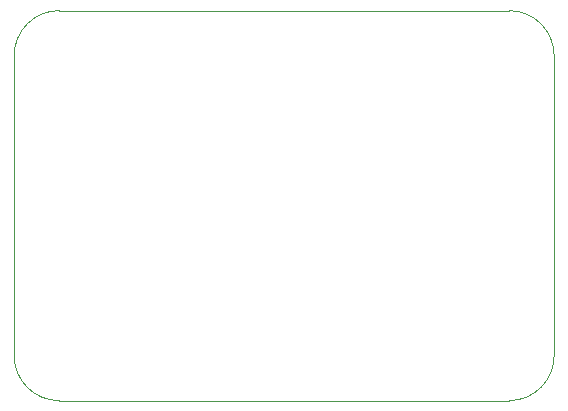
<source format=gbr>
%TF.GenerationSoftware,KiCad,Pcbnew,(6.0.5)*%
%TF.CreationDate,2022-06-21T13:53:19+02:00*%
%TF.ProjectId,usb-c_demo1,7573622d-635f-4646-956d-6f312e6b6963,rev?*%
%TF.SameCoordinates,Original*%
%TF.FileFunction,Profile,NP*%
%FSLAX46Y46*%
G04 Gerber Fmt 4.6, Leading zero omitted, Abs format (unit mm)*
G04 Created by KiCad (PCBNEW (6.0.5)) date 2022-06-21 13:53:19*
%MOMM*%
%LPD*%
G01*
G04 APERTURE LIST*
%TA.AperFunction,Profile*%
%ADD10C,0.100000*%
%TD*%
G04 APERTURE END LIST*
D10*
X26670000Y-73660000D02*
X26670000Y-48260000D01*
X68580000Y-77470000D02*
G75*
G03*
X72390000Y-73660000I0J3810000D01*
G01*
X68580000Y-77470000D02*
X30480000Y-77470000D01*
X72390000Y-48260000D02*
G75*
G03*
X68580000Y-44450000I-3810000J0D01*
G01*
X30480000Y-44450000D02*
X68580000Y-44450000D01*
X30480000Y-44450000D02*
G75*
G03*
X26670000Y-48260000I0J-3810000D01*
G01*
X72390000Y-48260000D02*
X72390000Y-73660000D01*
X26670000Y-73660000D02*
G75*
G03*
X30480000Y-77470000I3810000J0D01*
G01*
M02*

</source>
